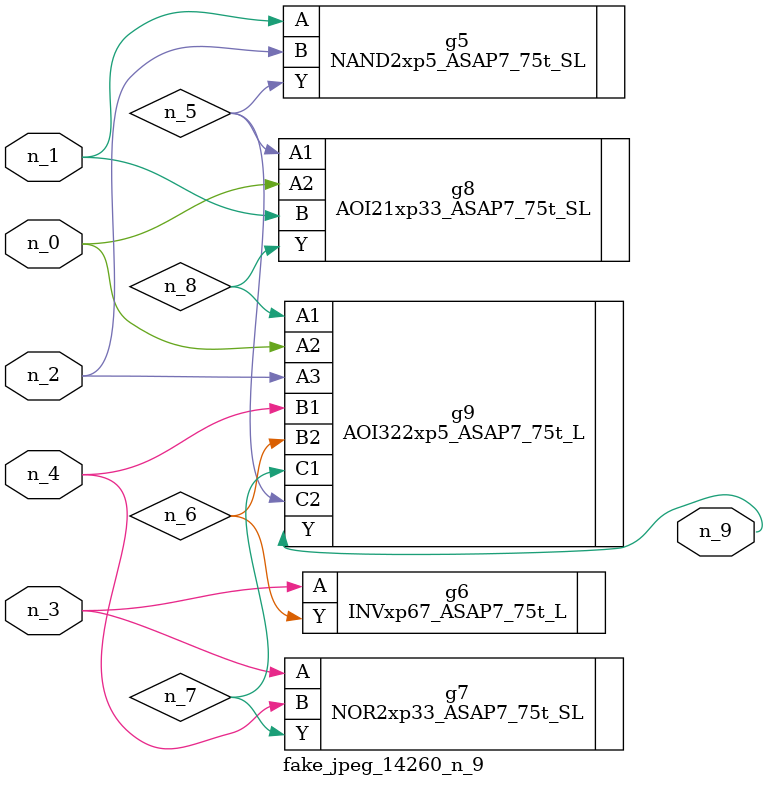
<source format=v>
module fake_jpeg_14260_n_9 (n_3, n_2, n_1, n_0, n_4, n_9);

input n_3;
input n_2;
input n_1;
input n_0;
input n_4;

output n_9;

wire n_8;
wire n_6;
wire n_5;
wire n_7;

NAND2xp5_ASAP7_75t_SL g5 ( 
.A(n_1),
.B(n_2),
.Y(n_5)
);

INVxp67_ASAP7_75t_L g6 ( 
.A(n_3),
.Y(n_6)
);

NOR2xp33_ASAP7_75t_SL g7 ( 
.A(n_3),
.B(n_4),
.Y(n_7)
);

AOI21xp33_ASAP7_75t_SL g8 ( 
.A1(n_5),
.A2(n_0),
.B(n_1),
.Y(n_8)
);

AOI322xp5_ASAP7_75t_L g9 ( 
.A1(n_8),
.A2(n_0),
.A3(n_2),
.B1(n_4),
.B2(n_6),
.C1(n_7),
.C2(n_5),
.Y(n_9)
);


endmodule
</source>
